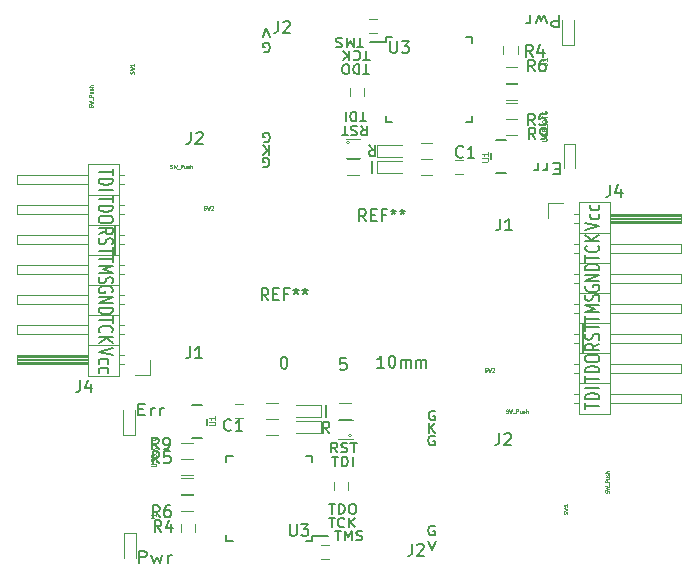
<source format=gto>
%TF.GenerationSoftware,KiCad,Pcbnew,4.0.6*%
%TF.CreationDate,2017-04-20T11:48:03-04:00*%
%TF.ProjectId,Panel,50616E656C2E6B696361645F70636200,rev?*%
%TF.FileFunction,Legend,Top*%
%FSLAX46Y46*%
G04 Gerber Fmt 4.6, Leading zero omitted, Abs format (unit mm)*
G04 Created by KiCad (PCBNEW 4.0.6) date Thu Apr 20 11:48:03 2017*
%MOMM*%
%LPD*%
G01*
G04 APERTURE LIST*
%ADD10C,0.100000*%
%ADD11C,0.150000*%
%ADD12C,0.160000*%
%ADD13C,0.200000*%
%ADD14C,0.120000*%
%ADD15C,0.203200*%
%ADD16C,0.025400*%
%ADD17C,0.050800*%
G04 APERTURE END LIST*
D10*
D11*
X142488857Y-132637428D02*
X142488857Y-132123142D01*
X143688857Y-132380285D02*
X142488857Y-132380285D01*
X143688857Y-131823142D02*
X142488857Y-131823142D01*
X142488857Y-131608857D01*
X142546000Y-131480285D01*
X142660286Y-131394571D01*
X142774571Y-131351714D01*
X143003143Y-131308857D01*
X143174571Y-131308857D01*
X143403143Y-131351714D01*
X143517429Y-131394571D01*
X143631714Y-131480285D01*
X143688857Y-131608857D01*
X143688857Y-131823142D01*
X143688857Y-130923142D02*
X142488857Y-130923142D01*
X142488857Y-130354571D02*
X142488857Y-129840285D01*
X143688857Y-130097428D02*
X142488857Y-130097428D01*
X143688857Y-129540285D02*
X142488857Y-129540285D01*
X142488857Y-129326000D01*
X142546000Y-129197428D01*
X142660286Y-129111714D01*
X142774571Y-129068857D01*
X143003143Y-129026000D01*
X143174571Y-129026000D01*
X143403143Y-129068857D01*
X143517429Y-129111714D01*
X143631714Y-129197428D01*
X143688857Y-129326000D01*
X143688857Y-129540285D01*
X142488857Y-128468857D02*
X142488857Y-128297428D01*
X142546000Y-128211714D01*
X142660286Y-128126000D01*
X142888857Y-128083142D01*
X143288857Y-128083142D01*
X143517429Y-128126000D01*
X143631714Y-128211714D01*
X143688857Y-128297428D01*
X143688857Y-128468857D01*
X143631714Y-128554571D01*
X143517429Y-128640285D01*
X143288857Y-128683142D01*
X142888857Y-128683142D01*
X142660286Y-128640285D01*
X142546000Y-128554571D01*
X142488857Y-128468857D01*
X143688857Y-127128857D02*
X143117429Y-127428857D01*
X143688857Y-127643142D02*
X142488857Y-127643142D01*
X142488857Y-127300285D01*
X142546000Y-127214571D01*
X142603143Y-127171714D01*
X142717429Y-127128857D01*
X142888857Y-127128857D01*
X143003143Y-127171714D01*
X143060286Y-127214571D01*
X143117429Y-127300285D01*
X143117429Y-127643142D01*
X143631714Y-126785999D02*
X143688857Y-126657428D01*
X143688857Y-126443142D01*
X143631714Y-126357428D01*
X143574571Y-126314571D01*
X143460286Y-126271714D01*
X143346000Y-126271714D01*
X143231714Y-126314571D01*
X143174571Y-126357428D01*
X143117429Y-126443142D01*
X143060286Y-126614571D01*
X143003143Y-126700285D01*
X142946000Y-126743142D01*
X142831714Y-126785999D01*
X142717429Y-126785999D01*
X142603143Y-126743142D01*
X142546000Y-126700285D01*
X142488857Y-126614571D01*
X142488857Y-126400285D01*
X142546000Y-126271714D01*
X142488857Y-126014571D02*
X142488857Y-125500285D01*
X143688857Y-125757428D02*
X142488857Y-125757428D01*
X142282000Y-127857428D02*
X142282000Y-125414571D01*
X142488857Y-125296000D02*
X142488857Y-124781714D01*
X143688857Y-125038857D02*
X142488857Y-125038857D01*
X143688857Y-124481714D02*
X142488857Y-124481714D01*
X143346000Y-124181714D01*
X142488857Y-123881714D01*
X143688857Y-123881714D01*
X143631714Y-123496000D02*
X143688857Y-123367429D01*
X143688857Y-123153143D01*
X143631714Y-123067429D01*
X143574571Y-123024572D01*
X143460286Y-122981715D01*
X143346000Y-122981715D01*
X143231714Y-123024572D01*
X143174571Y-123067429D01*
X143117429Y-123153143D01*
X143060286Y-123324572D01*
X143003143Y-123410286D01*
X142946000Y-123453143D01*
X142831714Y-123496000D01*
X142717429Y-123496000D01*
X142603143Y-123453143D01*
X142546000Y-123410286D01*
X142488857Y-123324572D01*
X142488857Y-123110286D01*
X142546000Y-122981715D01*
X142492857Y-117471429D02*
X143692857Y-117171429D01*
X142492857Y-116871429D01*
X143635714Y-116185714D02*
X143692857Y-116271428D01*
X143692857Y-116442857D01*
X143635714Y-116528571D01*
X143578571Y-116571428D01*
X143464286Y-116614285D01*
X143121429Y-116614285D01*
X143007143Y-116571428D01*
X142950000Y-116528571D01*
X142892857Y-116442857D01*
X142892857Y-116271428D01*
X142950000Y-116185714D01*
X143635714Y-115414285D02*
X143692857Y-115499999D01*
X143692857Y-115671428D01*
X143635714Y-115757142D01*
X143578571Y-115799999D01*
X143464286Y-115842856D01*
X143121429Y-115842856D01*
X143007143Y-115799999D01*
X142950000Y-115757142D01*
X142892857Y-115671428D01*
X142892857Y-115499999D01*
X142950000Y-115414285D01*
X142546000Y-122241714D02*
X142488857Y-122327428D01*
X142488857Y-122455999D01*
X142546000Y-122584571D01*
X142660286Y-122670285D01*
X142774571Y-122713142D01*
X143003143Y-122755999D01*
X143174571Y-122755999D01*
X143403143Y-122713142D01*
X143517429Y-122670285D01*
X143631714Y-122584571D01*
X143688857Y-122455999D01*
X143688857Y-122370285D01*
X143631714Y-122241714D01*
X143574571Y-122198857D01*
X143174571Y-122198857D01*
X143174571Y-122370285D01*
X143688857Y-121813142D02*
X142488857Y-121813142D01*
X143688857Y-121298857D01*
X142488857Y-121298857D01*
X143688857Y-120870285D02*
X142488857Y-120870285D01*
X142488857Y-120656000D01*
X142546000Y-120527428D01*
X142660286Y-120441714D01*
X142774571Y-120398857D01*
X143003143Y-120356000D01*
X143174571Y-120356000D01*
X143403143Y-120398857D01*
X143517429Y-120441714D01*
X143631714Y-120527428D01*
X143688857Y-120656000D01*
X143688857Y-120870285D01*
X142492857Y-120173143D02*
X142492857Y-119658857D01*
X143692857Y-119916000D02*
X142492857Y-119916000D01*
X143578571Y-118844572D02*
X143635714Y-118887429D01*
X143692857Y-119016000D01*
X143692857Y-119101714D01*
X143635714Y-119230286D01*
X143521429Y-119316000D01*
X143407143Y-119358857D01*
X143178571Y-119401714D01*
X143007143Y-119401714D01*
X142778571Y-119358857D01*
X142664286Y-119316000D01*
X142550000Y-119230286D01*
X142492857Y-119101714D01*
X142492857Y-119016000D01*
X142550000Y-118887429D01*
X142607143Y-118844572D01*
X143692857Y-118458857D02*
X142492857Y-118458857D01*
X143692857Y-117944572D02*
X143007143Y-118330286D01*
X142492857Y-117944572D02*
X143178571Y-118458857D01*
X102511143Y-112362572D02*
X102511143Y-112876858D01*
X101311143Y-112619715D02*
X102511143Y-112619715D01*
X101311143Y-113176858D02*
X102511143Y-113176858D01*
X102511143Y-113391143D01*
X102454000Y-113519715D01*
X102339714Y-113605429D01*
X102225429Y-113648286D01*
X101996857Y-113691143D01*
X101825429Y-113691143D01*
X101596857Y-113648286D01*
X101482571Y-113605429D01*
X101368286Y-113519715D01*
X101311143Y-113391143D01*
X101311143Y-113176858D01*
X101311143Y-114076858D02*
X102511143Y-114076858D01*
X102511143Y-114645429D02*
X102511143Y-115159715D01*
X101311143Y-114902572D02*
X102511143Y-114902572D01*
X101311143Y-115459715D02*
X102511143Y-115459715D01*
X102511143Y-115674000D01*
X102454000Y-115802572D01*
X102339714Y-115888286D01*
X102225429Y-115931143D01*
X101996857Y-115974000D01*
X101825429Y-115974000D01*
X101596857Y-115931143D01*
X101482571Y-115888286D01*
X101368286Y-115802572D01*
X101311143Y-115674000D01*
X101311143Y-115459715D01*
X102511143Y-116531143D02*
X102511143Y-116702572D01*
X102454000Y-116788286D01*
X102339714Y-116874000D01*
X102111143Y-116916858D01*
X101711143Y-116916858D01*
X101482571Y-116874000D01*
X101368286Y-116788286D01*
X101311143Y-116702572D01*
X101311143Y-116531143D01*
X101368286Y-116445429D01*
X101482571Y-116359715D01*
X101711143Y-116316858D01*
X102111143Y-116316858D01*
X102339714Y-116359715D01*
X102454000Y-116445429D01*
X102511143Y-116531143D01*
X101311143Y-117871143D02*
X101882571Y-117571143D01*
X101311143Y-117356858D02*
X102511143Y-117356858D01*
X102511143Y-117699715D01*
X102454000Y-117785429D01*
X102396857Y-117828286D01*
X102282571Y-117871143D01*
X102111143Y-117871143D01*
X101996857Y-117828286D01*
X101939714Y-117785429D01*
X101882571Y-117699715D01*
X101882571Y-117356858D01*
X101368286Y-118214001D02*
X101311143Y-118342572D01*
X101311143Y-118556858D01*
X101368286Y-118642572D01*
X101425429Y-118685429D01*
X101539714Y-118728286D01*
X101654000Y-118728286D01*
X101768286Y-118685429D01*
X101825429Y-118642572D01*
X101882571Y-118556858D01*
X101939714Y-118385429D01*
X101996857Y-118299715D01*
X102054000Y-118256858D01*
X102168286Y-118214001D01*
X102282571Y-118214001D01*
X102396857Y-118256858D01*
X102454000Y-118299715D01*
X102511143Y-118385429D01*
X102511143Y-118599715D01*
X102454000Y-118728286D01*
X102511143Y-118985429D02*
X102511143Y-119499715D01*
X101311143Y-119242572D02*
X102511143Y-119242572D01*
X102718000Y-117142572D02*
X102718000Y-119585429D01*
X102511143Y-119704000D02*
X102511143Y-120218286D01*
X101311143Y-119961143D02*
X102511143Y-119961143D01*
X101311143Y-120518286D02*
X102511143Y-120518286D01*
X101654000Y-120818286D01*
X102511143Y-121118286D01*
X101311143Y-121118286D01*
X101368286Y-121504000D02*
X101311143Y-121632571D01*
X101311143Y-121846857D01*
X101368286Y-121932571D01*
X101425429Y-121975428D01*
X101539714Y-122018285D01*
X101654000Y-122018285D01*
X101768286Y-121975428D01*
X101825429Y-121932571D01*
X101882571Y-121846857D01*
X101939714Y-121675428D01*
X101996857Y-121589714D01*
X102054000Y-121546857D01*
X102168286Y-121504000D01*
X102282571Y-121504000D01*
X102396857Y-121546857D01*
X102454000Y-121589714D01*
X102511143Y-121675428D01*
X102511143Y-121889714D01*
X102454000Y-122018285D01*
X102454000Y-122758286D02*
X102511143Y-122672572D01*
X102511143Y-122544001D01*
X102454000Y-122415429D01*
X102339714Y-122329715D01*
X102225429Y-122286858D01*
X101996857Y-122244001D01*
X101825429Y-122244001D01*
X101596857Y-122286858D01*
X101482571Y-122329715D01*
X101368286Y-122415429D01*
X101311143Y-122544001D01*
X101311143Y-122629715D01*
X101368286Y-122758286D01*
X101425429Y-122801143D01*
X101825429Y-122801143D01*
X101825429Y-122629715D01*
X101311143Y-123186858D02*
X102511143Y-123186858D01*
X101311143Y-123701143D01*
X102511143Y-123701143D01*
X101311143Y-124129715D02*
X102511143Y-124129715D01*
X102511143Y-124344000D01*
X102454000Y-124472572D01*
X102339714Y-124558286D01*
X102225429Y-124601143D01*
X101996857Y-124644000D01*
X101825429Y-124644000D01*
X101596857Y-124601143D01*
X101482571Y-124558286D01*
X101368286Y-124472572D01*
X101311143Y-124344000D01*
X101311143Y-124129715D01*
X102507143Y-124826857D02*
X102507143Y-125341143D01*
X101307143Y-125084000D02*
X102507143Y-125084000D01*
X101421429Y-126155428D02*
X101364286Y-126112571D01*
X101307143Y-125984000D01*
X101307143Y-125898286D01*
X101364286Y-125769714D01*
X101478571Y-125684000D01*
X101592857Y-125641143D01*
X101821429Y-125598286D01*
X101992857Y-125598286D01*
X102221429Y-125641143D01*
X102335714Y-125684000D01*
X102450000Y-125769714D01*
X102507143Y-125898286D01*
X102507143Y-125984000D01*
X102450000Y-126112571D01*
X102392857Y-126155428D01*
X101307143Y-126541143D02*
X102507143Y-126541143D01*
X101307143Y-127055428D02*
X101992857Y-126669714D01*
X102507143Y-127055428D02*
X101821429Y-126541143D01*
X102507143Y-127528571D02*
X101307143Y-127828571D01*
X102507143Y-128128571D01*
X101364286Y-128814286D02*
X101307143Y-128728572D01*
X101307143Y-128557143D01*
X101364286Y-128471429D01*
X101421429Y-128428572D01*
X101535714Y-128385715D01*
X101878571Y-128385715D01*
X101992857Y-128428572D01*
X102050000Y-128471429D01*
X102107143Y-128557143D01*
X102107143Y-128728572D01*
X102050000Y-128814286D01*
X101364286Y-129585715D02*
X101307143Y-129500001D01*
X101307143Y-129328572D01*
X101364286Y-129242858D01*
X101421429Y-129200001D01*
X101535714Y-129157144D01*
X101878571Y-129157144D01*
X101992857Y-129200001D01*
X102050000Y-129242858D01*
X102107143Y-129328572D01*
X102107143Y-129500001D01*
X102050000Y-129585715D01*
D12*
X129225000Y-143836905D02*
X129525000Y-144636905D01*
X129825000Y-143836905D01*
X129735714Y-142575000D02*
X129650000Y-142536905D01*
X129521429Y-142536905D01*
X129392857Y-142575000D01*
X129307143Y-142651190D01*
X129264286Y-142727381D01*
X129221429Y-142879762D01*
X129221429Y-142994048D01*
X129264286Y-143146429D01*
X129307143Y-143222619D01*
X129392857Y-143298810D01*
X129521429Y-143336905D01*
X129607143Y-143336905D01*
X129735714Y-143298810D01*
X129778571Y-143260714D01*
X129778571Y-142994048D01*
X129607143Y-142994048D01*
X129735714Y-134950000D02*
X129650000Y-134911905D01*
X129521429Y-134911905D01*
X129392857Y-134950000D01*
X129307143Y-135026190D01*
X129264286Y-135102381D01*
X129221429Y-135254762D01*
X129221429Y-135369048D01*
X129264286Y-135521429D01*
X129307143Y-135597619D01*
X129392857Y-135673810D01*
X129521429Y-135711905D01*
X129607143Y-135711905D01*
X129735714Y-135673810D01*
X129778571Y-135635714D01*
X129778571Y-135369048D01*
X129607143Y-135369048D01*
X129264286Y-134661905D02*
X129264286Y-133861905D01*
X129778571Y-134661905D02*
X129392857Y-134204762D01*
X129778571Y-133861905D02*
X129264286Y-134319048D01*
X129760714Y-132850000D02*
X129675000Y-132811905D01*
X129546429Y-132811905D01*
X129417857Y-132850000D01*
X129332143Y-132926190D01*
X129289286Y-133002381D01*
X129246429Y-133154762D01*
X129246429Y-133269048D01*
X129289286Y-133421429D01*
X129332143Y-133497619D01*
X129417857Y-133573810D01*
X129546429Y-133611905D01*
X129632143Y-133611905D01*
X129760714Y-133573810D01*
X129803571Y-133535714D01*
X129803571Y-133269048D01*
X129632143Y-133269048D01*
X121507143Y-136311905D02*
X121207143Y-135930952D01*
X120992858Y-136311905D02*
X120992858Y-135511905D01*
X121335715Y-135511905D01*
X121421429Y-135550000D01*
X121464286Y-135588095D01*
X121507143Y-135664286D01*
X121507143Y-135778571D01*
X121464286Y-135854762D01*
X121421429Y-135892857D01*
X121335715Y-135930952D01*
X120992858Y-135930952D01*
X121850001Y-136273810D02*
X121978572Y-136311905D01*
X122192858Y-136311905D01*
X122278572Y-136273810D01*
X122321429Y-136235714D01*
X122364286Y-136159524D01*
X122364286Y-136083333D01*
X122321429Y-136007143D01*
X122278572Y-135969048D01*
X122192858Y-135930952D01*
X122021429Y-135892857D01*
X121935715Y-135854762D01*
X121892858Y-135816667D01*
X121850001Y-135740476D01*
X121850001Y-135664286D01*
X121892858Y-135588095D01*
X121935715Y-135550000D01*
X122021429Y-135511905D01*
X122235715Y-135511905D01*
X122364286Y-135550000D01*
X122621429Y-135511905D02*
X123135715Y-135511905D01*
X122878572Y-136311905D02*
X122878572Y-135511905D01*
X121078572Y-136686905D02*
X121592858Y-136686905D01*
X121335715Y-137486905D02*
X121335715Y-136686905D01*
X121892858Y-137486905D02*
X121892858Y-136686905D01*
X122107143Y-136686905D01*
X122235715Y-136725000D01*
X122321429Y-136801190D01*
X122364286Y-136877381D01*
X122407143Y-137029762D01*
X122407143Y-137144048D01*
X122364286Y-137296429D01*
X122321429Y-137372619D01*
X122235715Y-137448810D01*
X122107143Y-137486905D01*
X121892858Y-137486905D01*
X122792858Y-137486905D02*
X122792858Y-136686905D01*
X120821429Y-140711905D02*
X121335715Y-140711905D01*
X121078572Y-141511905D02*
X121078572Y-140711905D01*
X121635715Y-141511905D02*
X121635715Y-140711905D01*
X121850000Y-140711905D01*
X121978572Y-140750000D01*
X122064286Y-140826190D01*
X122107143Y-140902381D01*
X122150000Y-141054762D01*
X122150000Y-141169048D01*
X122107143Y-141321429D01*
X122064286Y-141397619D01*
X121978572Y-141473810D01*
X121850000Y-141511905D01*
X121635715Y-141511905D01*
X122707143Y-140711905D02*
X122878572Y-140711905D01*
X122964286Y-140750000D01*
X123050000Y-140826190D01*
X123092858Y-140978571D01*
X123092858Y-141245238D01*
X123050000Y-141397619D01*
X122964286Y-141473810D01*
X122878572Y-141511905D01*
X122707143Y-141511905D01*
X122621429Y-141473810D01*
X122535715Y-141397619D01*
X122492858Y-141245238D01*
X122492858Y-140978571D01*
X122535715Y-140826190D01*
X122621429Y-140750000D01*
X122707143Y-140711905D01*
X120767857Y-141886905D02*
X121282143Y-141886905D01*
X121025000Y-142686905D02*
X121025000Y-141886905D01*
X122096428Y-142610714D02*
X122053571Y-142648810D01*
X121925000Y-142686905D01*
X121839286Y-142686905D01*
X121710714Y-142648810D01*
X121625000Y-142572619D01*
X121582143Y-142496429D01*
X121539286Y-142344048D01*
X121539286Y-142229762D01*
X121582143Y-142077381D01*
X121625000Y-142001190D01*
X121710714Y-141925000D01*
X121839286Y-141886905D01*
X121925000Y-141886905D01*
X122053571Y-141925000D01*
X122096428Y-141963095D01*
X122482143Y-142686905D02*
X122482143Y-141886905D01*
X122996428Y-142686905D02*
X122610714Y-142229762D01*
X122996428Y-141886905D02*
X122482143Y-142344048D01*
X121300000Y-142961905D02*
X121814286Y-142961905D01*
X121557143Y-143761905D02*
X121557143Y-142961905D01*
X122114286Y-143761905D02*
X122114286Y-142961905D01*
X122414286Y-143533333D01*
X122714286Y-142961905D01*
X122714286Y-143761905D01*
X123100000Y-143723810D02*
X123228571Y-143761905D01*
X123442857Y-143761905D01*
X123528571Y-143723810D01*
X123571428Y-143685714D01*
X123614285Y-143609524D01*
X123614285Y-143533333D01*
X123571428Y-143457143D01*
X123528571Y-143419048D01*
X123442857Y-143380952D01*
X123271428Y-143342857D01*
X123185714Y-143304762D01*
X123142857Y-143266667D01*
X123100000Y-143190476D01*
X123100000Y-143114286D01*
X123142857Y-143038095D01*
X123185714Y-143000000D01*
X123271428Y-142961905D01*
X123485714Y-142961905D01*
X123614285Y-143000000D01*
D13*
X120803571Y-134727381D02*
X120503571Y-134251190D01*
X120289286Y-134727381D02*
X120289286Y-133727381D01*
X120632143Y-133727381D01*
X120717857Y-133775000D01*
X120760714Y-133822619D01*
X120803571Y-133917857D01*
X120803571Y-134060714D01*
X120760714Y-134155952D01*
X120717857Y-134203571D01*
X120632143Y-134251190D01*
X120289286Y-134251190D01*
X120550000Y-133327381D02*
X120550000Y-132327381D01*
X104650000Y-132678571D02*
X105050000Y-132678571D01*
X105221429Y-133202381D02*
X104650000Y-133202381D01*
X104650000Y-132202381D01*
X105221429Y-132202381D01*
X105735714Y-133202381D02*
X105735714Y-132535714D01*
X105735714Y-132726190D02*
X105792857Y-132630952D01*
X105850000Y-132583333D01*
X105964286Y-132535714D01*
X106078571Y-132535714D01*
X106478571Y-133202381D02*
X106478571Y-132535714D01*
X106478571Y-132726190D02*
X106535714Y-132630952D01*
X106592857Y-132583333D01*
X106707143Y-132535714D01*
X106821428Y-132535714D01*
X104685714Y-145702381D02*
X104685714Y-144702381D01*
X105142857Y-144702381D01*
X105257143Y-144750000D01*
X105314286Y-144797619D01*
X105371429Y-144892857D01*
X105371429Y-145035714D01*
X105314286Y-145130952D01*
X105257143Y-145178571D01*
X105142857Y-145226190D01*
X104685714Y-145226190D01*
X105771429Y-145035714D02*
X106000000Y-145702381D01*
X106228571Y-145226190D01*
X106457143Y-145702381D01*
X106685714Y-145035714D01*
X107142857Y-145702381D02*
X107142857Y-145035714D01*
X107142857Y-145226190D02*
X107200000Y-145130952D01*
X107257143Y-145083333D01*
X107371429Y-145035714D01*
X107485714Y-145035714D01*
D12*
X115775000Y-101163095D02*
X115475000Y-100363095D01*
X115175000Y-101163095D01*
X115264286Y-102425000D02*
X115350000Y-102463095D01*
X115478571Y-102463095D01*
X115607143Y-102425000D01*
X115692857Y-102348810D01*
X115735714Y-102272619D01*
X115778571Y-102120238D01*
X115778571Y-102005952D01*
X115735714Y-101853571D01*
X115692857Y-101777381D01*
X115607143Y-101701190D01*
X115478571Y-101663095D01*
X115392857Y-101663095D01*
X115264286Y-101701190D01*
X115221429Y-101739286D01*
X115221429Y-102005952D01*
X115392857Y-102005952D01*
X115264286Y-110050000D02*
X115350000Y-110088095D01*
X115478571Y-110088095D01*
X115607143Y-110050000D01*
X115692857Y-109973810D01*
X115735714Y-109897619D01*
X115778571Y-109745238D01*
X115778571Y-109630952D01*
X115735714Y-109478571D01*
X115692857Y-109402381D01*
X115607143Y-109326190D01*
X115478571Y-109288095D01*
X115392857Y-109288095D01*
X115264286Y-109326190D01*
X115221429Y-109364286D01*
X115221429Y-109630952D01*
X115392857Y-109630952D01*
X115735714Y-110338095D02*
X115735714Y-111138095D01*
X115221429Y-110338095D02*
X115607143Y-110795238D01*
X115221429Y-111138095D02*
X115735714Y-110680952D01*
X115239286Y-112150000D02*
X115325000Y-112188095D01*
X115453571Y-112188095D01*
X115582143Y-112150000D01*
X115667857Y-112073810D01*
X115710714Y-111997619D01*
X115753571Y-111845238D01*
X115753571Y-111730952D01*
X115710714Y-111578571D01*
X115667857Y-111502381D01*
X115582143Y-111426190D01*
X115453571Y-111388095D01*
X115367857Y-111388095D01*
X115239286Y-111426190D01*
X115196429Y-111464286D01*
X115196429Y-111730952D01*
X115367857Y-111730952D01*
X123492857Y-108688095D02*
X123792857Y-109069048D01*
X124007142Y-108688095D02*
X124007142Y-109488095D01*
X123664285Y-109488095D01*
X123578571Y-109450000D01*
X123535714Y-109411905D01*
X123492857Y-109335714D01*
X123492857Y-109221429D01*
X123535714Y-109145238D01*
X123578571Y-109107143D01*
X123664285Y-109069048D01*
X124007142Y-109069048D01*
X123149999Y-108726190D02*
X123021428Y-108688095D01*
X122807142Y-108688095D01*
X122721428Y-108726190D01*
X122678571Y-108764286D01*
X122635714Y-108840476D01*
X122635714Y-108916667D01*
X122678571Y-108992857D01*
X122721428Y-109030952D01*
X122807142Y-109069048D01*
X122978571Y-109107143D01*
X123064285Y-109145238D01*
X123107142Y-109183333D01*
X123149999Y-109259524D01*
X123149999Y-109335714D01*
X123107142Y-109411905D01*
X123064285Y-109450000D01*
X122978571Y-109488095D01*
X122764285Y-109488095D01*
X122635714Y-109450000D01*
X122378571Y-109488095D02*
X121864285Y-109488095D01*
X122121428Y-108688095D02*
X122121428Y-109488095D01*
X123921428Y-108313095D02*
X123407142Y-108313095D01*
X123664285Y-107513095D02*
X123664285Y-108313095D01*
X123107142Y-107513095D02*
X123107142Y-108313095D01*
X122892857Y-108313095D01*
X122764285Y-108275000D01*
X122678571Y-108198810D01*
X122635714Y-108122619D01*
X122592857Y-107970238D01*
X122592857Y-107855952D01*
X122635714Y-107703571D01*
X122678571Y-107627381D01*
X122764285Y-107551190D01*
X122892857Y-107513095D01*
X123107142Y-107513095D01*
X122207142Y-107513095D02*
X122207142Y-108313095D01*
X124178571Y-104288095D02*
X123664285Y-104288095D01*
X123921428Y-103488095D02*
X123921428Y-104288095D01*
X123364285Y-103488095D02*
X123364285Y-104288095D01*
X123150000Y-104288095D01*
X123021428Y-104250000D01*
X122935714Y-104173810D01*
X122892857Y-104097619D01*
X122850000Y-103945238D01*
X122850000Y-103830952D01*
X122892857Y-103678571D01*
X122935714Y-103602381D01*
X123021428Y-103526190D01*
X123150000Y-103488095D01*
X123364285Y-103488095D01*
X122292857Y-104288095D02*
X122121428Y-104288095D01*
X122035714Y-104250000D01*
X121950000Y-104173810D01*
X121907142Y-104021429D01*
X121907142Y-103754762D01*
X121950000Y-103602381D01*
X122035714Y-103526190D01*
X122121428Y-103488095D01*
X122292857Y-103488095D01*
X122378571Y-103526190D01*
X122464285Y-103602381D01*
X122507142Y-103754762D01*
X122507142Y-104021429D01*
X122464285Y-104173810D01*
X122378571Y-104250000D01*
X122292857Y-104288095D01*
X124232143Y-103113095D02*
X123717857Y-103113095D01*
X123975000Y-102313095D02*
X123975000Y-103113095D01*
X122903572Y-102389286D02*
X122946429Y-102351190D01*
X123075000Y-102313095D01*
X123160714Y-102313095D01*
X123289286Y-102351190D01*
X123375000Y-102427381D01*
X123417857Y-102503571D01*
X123460714Y-102655952D01*
X123460714Y-102770238D01*
X123417857Y-102922619D01*
X123375000Y-102998810D01*
X123289286Y-103075000D01*
X123160714Y-103113095D01*
X123075000Y-103113095D01*
X122946429Y-103075000D01*
X122903572Y-103036905D01*
X122517857Y-102313095D02*
X122517857Y-103113095D01*
X122003572Y-102313095D02*
X122389286Y-102770238D01*
X122003572Y-103113095D02*
X122517857Y-102655952D01*
X123700000Y-102038095D02*
X123185714Y-102038095D01*
X123442857Y-101238095D02*
X123442857Y-102038095D01*
X122885714Y-101238095D02*
X122885714Y-102038095D01*
X122585714Y-101466667D01*
X122285714Y-102038095D01*
X122285714Y-101238095D01*
X121900000Y-101276190D02*
X121771429Y-101238095D01*
X121557143Y-101238095D01*
X121471429Y-101276190D01*
X121428572Y-101314286D01*
X121385715Y-101390476D01*
X121385715Y-101466667D01*
X121428572Y-101542857D01*
X121471429Y-101580952D01*
X121557143Y-101619048D01*
X121728572Y-101657143D01*
X121814286Y-101695238D01*
X121857143Y-101733333D01*
X121900000Y-101809524D01*
X121900000Y-101885714D01*
X121857143Y-101961905D01*
X121814286Y-102000000D01*
X121728572Y-102038095D01*
X121514286Y-102038095D01*
X121385715Y-102000000D01*
D13*
X124196429Y-110272619D02*
X124496429Y-110748810D01*
X124710714Y-110272619D02*
X124710714Y-111272619D01*
X124367857Y-111272619D01*
X124282143Y-111225000D01*
X124239286Y-111177381D01*
X124196429Y-111082143D01*
X124196429Y-110939286D01*
X124239286Y-110844048D01*
X124282143Y-110796429D01*
X124367857Y-110748810D01*
X124710714Y-110748810D01*
X124450000Y-111672619D02*
X124450000Y-112672619D01*
X140350000Y-112321429D02*
X139950000Y-112321429D01*
X139778571Y-111797619D02*
X140350000Y-111797619D01*
X140350000Y-112797619D01*
X139778571Y-112797619D01*
X139264286Y-111797619D02*
X139264286Y-112464286D01*
X139264286Y-112273810D02*
X139207143Y-112369048D01*
X139150000Y-112416667D01*
X139035714Y-112464286D01*
X138921429Y-112464286D01*
X138521429Y-111797619D02*
X138521429Y-112464286D01*
X138521429Y-112273810D02*
X138464286Y-112369048D01*
X138407143Y-112416667D01*
X138292857Y-112464286D01*
X138178572Y-112464286D01*
X140314286Y-99297619D02*
X140314286Y-100297619D01*
X139857143Y-100297619D01*
X139742857Y-100250000D01*
X139685714Y-100202381D01*
X139628571Y-100107143D01*
X139628571Y-99964286D01*
X139685714Y-99869048D01*
X139742857Y-99821429D01*
X139857143Y-99773810D01*
X140314286Y-99773810D01*
X139228571Y-99964286D02*
X139000000Y-99297619D01*
X138771429Y-99773810D01*
X138542857Y-99297619D01*
X138314286Y-99964286D01*
X137857143Y-99297619D02*
X137857143Y-99964286D01*
X137857143Y-99773810D02*
X137800000Y-99869048D01*
X137742857Y-99916667D01*
X137628571Y-99964286D01*
X137514286Y-99964286D01*
D14*
X141966200Y-115161000D02*
X141966200Y-117761000D01*
X141966200Y-117761000D02*
X144586200Y-117761000D01*
X144586200Y-117761000D02*
X144586200Y-115161000D01*
X144586200Y-115161000D02*
X141966200Y-115161000D01*
X144586200Y-116111000D02*
X144586200Y-116871000D01*
X144586200Y-116871000D02*
X150586200Y-116871000D01*
X150586200Y-116871000D02*
X150586200Y-116111000D01*
X150586200Y-116111000D02*
X144586200Y-116111000D01*
X141536200Y-116111000D02*
X141966200Y-116111000D01*
X141536200Y-116871000D02*
X141966200Y-116871000D01*
X144586200Y-116231000D02*
X150586200Y-116231000D01*
X144586200Y-116351000D02*
X150586200Y-116351000D01*
X144586200Y-116471000D02*
X150586200Y-116471000D01*
X144586200Y-116591000D02*
X150586200Y-116591000D01*
X144586200Y-116711000D02*
X150586200Y-116711000D01*
X144586200Y-116831000D02*
X150586200Y-116831000D01*
X141966200Y-117761000D02*
X141966200Y-120301000D01*
X141966200Y-120301000D02*
X144586200Y-120301000D01*
X144586200Y-120301000D02*
X144586200Y-117761000D01*
X144586200Y-117761000D02*
X141966200Y-117761000D01*
X144586200Y-118651000D02*
X144586200Y-119411000D01*
X144586200Y-119411000D02*
X150586200Y-119411000D01*
X150586200Y-119411000D02*
X150586200Y-118651000D01*
X150586200Y-118651000D02*
X144586200Y-118651000D01*
X141536200Y-118651000D02*
X141966200Y-118651000D01*
X141536200Y-119411000D02*
X141966200Y-119411000D01*
X141966200Y-120301000D02*
X141966200Y-122841000D01*
X141966200Y-122841000D02*
X144586200Y-122841000D01*
X144586200Y-122841000D02*
X144586200Y-120301000D01*
X144586200Y-120301000D02*
X141966200Y-120301000D01*
X144586200Y-121191000D02*
X144586200Y-121951000D01*
X144586200Y-121951000D02*
X150586200Y-121951000D01*
X150586200Y-121951000D02*
X150586200Y-121191000D01*
X150586200Y-121191000D02*
X144586200Y-121191000D01*
X141536200Y-121191000D02*
X141966200Y-121191000D01*
X141536200Y-121951000D02*
X141966200Y-121951000D01*
X141966200Y-122841000D02*
X141966200Y-125381000D01*
X141966200Y-125381000D02*
X144586200Y-125381000D01*
X144586200Y-125381000D02*
X144586200Y-122841000D01*
X144586200Y-122841000D02*
X141966200Y-122841000D01*
X144586200Y-123731000D02*
X144586200Y-124491000D01*
X144586200Y-124491000D02*
X150586200Y-124491000D01*
X150586200Y-124491000D02*
X150586200Y-123731000D01*
X150586200Y-123731000D02*
X144586200Y-123731000D01*
X141536200Y-123731000D02*
X141966200Y-123731000D01*
X141536200Y-124491000D02*
X141966200Y-124491000D01*
X141966200Y-125381000D02*
X141966200Y-127921000D01*
X141966200Y-127921000D02*
X144586200Y-127921000D01*
X144586200Y-127921000D02*
X144586200Y-125381000D01*
X144586200Y-125381000D02*
X141966200Y-125381000D01*
X144586200Y-126271000D02*
X144586200Y-127031000D01*
X144586200Y-127031000D02*
X150586200Y-127031000D01*
X150586200Y-127031000D02*
X150586200Y-126271000D01*
X150586200Y-126271000D02*
X144586200Y-126271000D01*
X141536200Y-126271000D02*
X141966200Y-126271000D01*
X141536200Y-127031000D02*
X141966200Y-127031000D01*
X141966200Y-127921000D02*
X141966200Y-130461000D01*
X141966200Y-130461000D02*
X144586200Y-130461000D01*
X144586200Y-130461000D02*
X144586200Y-127921000D01*
X144586200Y-127921000D02*
X141966200Y-127921000D01*
X144586200Y-128811000D02*
X144586200Y-129571000D01*
X144586200Y-129571000D02*
X150586200Y-129571000D01*
X150586200Y-129571000D02*
X150586200Y-128811000D01*
X150586200Y-128811000D02*
X144586200Y-128811000D01*
X141536200Y-128811000D02*
X141966200Y-128811000D01*
X141536200Y-129571000D02*
X141966200Y-129571000D01*
X141966200Y-130461000D02*
X141966200Y-133061000D01*
X141966200Y-133061000D02*
X144586200Y-133061000D01*
X144586200Y-133061000D02*
X144586200Y-130461000D01*
X144586200Y-130461000D02*
X141966200Y-130461000D01*
X144586200Y-131351000D02*
X144586200Y-132111000D01*
X144586200Y-132111000D02*
X150586200Y-132111000D01*
X150586200Y-132111000D02*
X150586200Y-131351000D01*
X150586200Y-131351000D02*
X144586200Y-131351000D01*
X141536200Y-131351000D02*
X141966200Y-131351000D01*
X141536200Y-132111000D02*
X141966200Y-132111000D01*
X139356200Y-116491000D02*
X139356200Y-115221000D01*
X139356200Y-115221000D02*
X140626200Y-115221000D01*
X103033800Y-129839000D02*
X103033800Y-127239000D01*
X103033800Y-127239000D02*
X100413800Y-127239000D01*
X100413800Y-127239000D02*
X100413800Y-129839000D01*
X100413800Y-129839000D02*
X103033800Y-129839000D01*
X100413800Y-128889000D02*
X100413800Y-128129000D01*
X100413800Y-128129000D02*
X94413800Y-128129000D01*
X94413800Y-128129000D02*
X94413800Y-128889000D01*
X94413800Y-128889000D02*
X100413800Y-128889000D01*
X103463800Y-128889000D02*
X103033800Y-128889000D01*
X103463800Y-128129000D02*
X103033800Y-128129000D01*
X100413800Y-128769000D02*
X94413800Y-128769000D01*
X100413800Y-128649000D02*
X94413800Y-128649000D01*
X100413800Y-128529000D02*
X94413800Y-128529000D01*
X100413800Y-128409000D02*
X94413800Y-128409000D01*
X100413800Y-128289000D02*
X94413800Y-128289000D01*
X100413800Y-128169000D02*
X94413800Y-128169000D01*
X103033800Y-127239000D02*
X103033800Y-124699000D01*
X103033800Y-124699000D02*
X100413800Y-124699000D01*
X100413800Y-124699000D02*
X100413800Y-127239000D01*
X100413800Y-127239000D02*
X103033800Y-127239000D01*
X100413800Y-126349000D02*
X100413800Y-125589000D01*
X100413800Y-125589000D02*
X94413800Y-125589000D01*
X94413800Y-125589000D02*
X94413800Y-126349000D01*
X94413800Y-126349000D02*
X100413800Y-126349000D01*
X103463800Y-126349000D02*
X103033800Y-126349000D01*
X103463800Y-125589000D02*
X103033800Y-125589000D01*
X103033800Y-124699000D02*
X103033800Y-122159000D01*
X103033800Y-122159000D02*
X100413800Y-122159000D01*
X100413800Y-122159000D02*
X100413800Y-124699000D01*
X100413800Y-124699000D02*
X103033800Y-124699000D01*
X100413800Y-123809000D02*
X100413800Y-123049000D01*
X100413800Y-123049000D02*
X94413800Y-123049000D01*
X94413800Y-123049000D02*
X94413800Y-123809000D01*
X94413800Y-123809000D02*
X100413800Y-123809000D01*
X103463800Y-123809000D02*
X103033800Y-123809000D01*
X103463800Y-123049000D02*
X103033800Y-123049000D01*
X103033800Y-122159000D02*
X103033800Y-119619000D01*
X103033800Y-119619000D02*
X100413800Y-119619000D01*
X100413800Y-119619000D02*
X100413800Y-122159000D01*
X100413800Y-122159000D02*
X103033800Y-122159000D01*
X100413800Y-121269000D02*
X100413800Y-120509000D01*
X100413800Y-120509000D02*
X94413800Y-120509000D01*
X94413800Y-120509000D02*
X94413800Y-121269000D01*
X94413800Y-121269000D02*
X100413800Y-121269000D01*
X103463800Y-121269000D02*
X103033800Y-121269000D01*
X103463800Y-120509000D02*
X103033800Y-120509000D01*
X103033800Y-119619000D02*
X103033800Y-117079000D01*
X103033800Y-117079000D02*
X100413800Y-117079000D01*
X100413800Y-117079000D02*
X100413800Y-119619000D01*
X100413800Y-119619000D02*
X103033800Y-119619000D01*
X100413800Y-118729000D02*
X100413800Y-117969000D01*
X100413800Y-117969000D02*
X94413800Y-117969000D01*
X94413800Y-117969000D02*
X94413800Y-118729000D01*
X94413800Y-118729000D02*
X100413800Y-118729000D01*
X103463800Y-118729000D02*
X103033800Y-118729000D01*
X103463800Y-117969000D02*
X103033800Y-117969000D01*
X103033800Y-117079000D02*
X103033800Y-114539000D01*
X103033800Y-114539000D02*
X100413800Y-114539000D01*
X100413800Y-114539000D02*
X100413800Y-117079000D01*
X100413800Y-117079000D02*
X103033800Y-117079000D01*
X100413800Y-116189000D02*
X100413800Y-115429000D01*
X100413800Y-115429000D02*
X94413800Y-115429000D01*
X94413800Y-115429000D02*
X94413800Y-116189000D01*
X94413800Y-116189000D02*
X100413800Y-116189000D01*
X103463800Y-116189000D02*
X103033800Y-116189000D01*
X103463800Y-115429000D02*
X103033800Y-115429000D01*
X103033800Y-114539000D02*
X103033800Y-111939000D01*
X103033800Y-111939000D02*
X100413800Y-111939000D01*
X100413800Y-111939000D02*
X100413800Y-114539000D01*
X100413800Y-114539000D02*
X103033800Y-114539000D01*
X100413800Y-113649000D02*
X100413800Y-112889000D01*
X100413800Y-112889000D02*
X94413800Y-112889000D01*
X94413800Y-112889000D02*
X94413800Y-113649000D01*
X94413800Y-113649000D02*
X100413800Y-113649000D01*
X103463800Y-113649000D02*
X103033800Y-113649000D01*
X103463800Y-112889000D02*
X103033800Y-112889000D01*
X105643800Y-128509000D02*
X105643800Y-129779000D01*
X105643800Y-129779000D02*
X104373800Y-129779000D01*
D11*
X119366400Y-143859000D02*
X119366400Y-143409000D01*
X112116400Y-143859000D02*
X112116400Y-143334000D01*
X112116400Y-136609000D02*
X112116400Y-137134000D01*
X119366400Y-136609000D02*
X119366400Y-137134000D01*
X119366400Y-143859000D02*
X118841400Y-143859000D01*
X119366400Y-136609000D02*
X118841400Y-136609000D01*
X112116400Y-136609000D02*
X112641400Y-136609000D01*
X112116400Y-143859000D02*
X112641400Y-143859000D01*
X119366400Y-143409000D02*
X120741400Y-143409000D01*
D14*
X112814000Y-132200000D02*
X113514000Y-132200000D01*
X113514000Y-133400000D02*
X112814000Y-133400000D01*
X109250000Y-138280000D02*
X108250000Y-138280000D01*
X108250000Y-136920000D02*
X109250000Y-136920000D01*
X103335400Y-134818600D02*
X104335400Y-134818600D01*
X104335400Y-134818600D02*
X104335400Y-132718600D01*
X103335400Y-134818600D02*
X103335400Y-132718600D01*
X122400000Y-138850000D02*
X122400000Y-139550000D01*
X121200000Y-139550000D02*
X121200000Y-138850000D01*
X108239000Y-143094000D02*
X108239000Y-142394000D01*
X109439000Y-142394000D02*
X109439000Y-143094000D01*
X120100000Y-144200000D02*
X120800000Y-144200000D01*
X120800000Y-145400000D02*
X120100000Y-145400000D01*
D10*
X122708000Y-134908000D02*
G75*
G03X122708000Y-134908000I-127000J0D01*
G01*
X121600000Y-135200000D02*
X122800000Y-135200000D01*
X122800000Y-133600000D02*
X121600000Y-133600000D01*
D15*
X110074660Y-135154000D02*
X109216140Y-135154000D01*
X109216140Y-132309200D02*
X110074660Y-132309200D01*
X110455660Y-133464900D02*
X110455660Y-133998300D01*
D14*
X104437000Y-143166000D02*
X103437000Y-143166000D01*
X103437000Y-143166000D02*
X103437000Y-145266000D01*
X104437000Y-143166000D02*
X104437000Y-145266000D01*
X120100000Y-134700000D02*
X120100000Y-133700000D01*
X120100000Y-133700000D02*
X118000000Y-133700000D01*
X120100000Y-134700000D02*
X118000000Y-134700000D01*
X120100000Y-133300000D02*
X120100000Y-132300000D01*
X120100000Y-132300000D02*
X118000000Y-132300000D01*
X120100000Y-133300000D02*
X118000000Y-133300000D01*
X109250000Y-141280000D02*
X108250000Y-141280000D01*
X108250000Y-139920000D02*
X109250000Y-139920000D01*
X109250000Y-139880000D02*
X108250000Y-139880000D01*
X108250000Y-138520000D02*
X109250000Y-138520000D01*
X108250800Y-135510800D02*
X109250800Y-135510800D01*
X109250800Y-136870800D02*
X108250800Y-136870800D01*
X116450000Y-133480000D02*
X115450000Y-133480000D01*
X115450000Y-132120000D02*
X116450000Y-132120000D01*
X116450000Y-134880000D02*
X115450000Y-134880000D01*
X115450000Y-133520000D02*
X116450000Y-133520000D01*
X122650000Y-133480000D02*
X121650000Y-133480000D01*
X121650000Y-132120000D02*
X122650000Y-132120000D01*
D11*
X125633600Y-101141000D02*
X125633600Y-101591000D01*
X132883600Y-101141000D02*
X132883600Y-101666000D01*
X132883600Y-108391000D02*
X132883600Y-107866000D01*
X125633600Y-108391000D02*
X125633600Y-107866000D01*
X125633600Y-101141000D02*
X126158600Y-101141000D01*
X125633600Y-108391000D02*
X126158600Y-108391000D01*
X132883600Y-108391000D02*
X132358600Y-108391000D01*
X132883600Y-101141000D02*
X132358600Y-101141000D01*
X125633600Y-101591000D02*
X124258600Y-101591000D01*
D14*
X132186000Y-112800000D02*
X131486000Y-112800000D01*
X131486000Y-111600000D02*
X132186000Y-111600000D01*
X135750000Y-106720000D02*
X136750000Y-106720000D01*
X136750000Y-108080000D02*
X135750000Y-108080000D01*
X141664600Y-110181400D02*
X140664600Y-110181400D01*
X140664600Y-110181400D02*
X140664600Y-112281400D01*
X141664600Y-110181400D02*
X141664600Y-112281400D01*
X122600000Y-106150000D02*
X122600000Y-105450000D01*
X123800000Y-105450000D02*
X123800000Y-106150000D01*
X136761000Y-101906000D02*
X136761000Y-102606000D01*
X135561000Y-102606000D02*
X135561000Y-101906000D01*
X124900000Y-100800000D02*
X124200000Y-100800000D01*
X124200000Y-99600000D02*
X124900000Y-99600000D01*
D10*
X122546000Y-110092000D02*
G75*
G03X122546000Y-110092000I-127000J0D01*
G01*
X123400000Y-109800000D02*
X122200000Y-109800000D01*
X122200000Y-111400000D02*
X123400000Y-111400000D01*
D15*
X134925340Y-109846000D02*
X135783860Y-109846000D01*
X135783860Y-112690800D02*
X134925340Y-112690800D01*
X134544340Y-111535100D02*
X134544340Y-111001700D01*
D14*
X140563000Y-101834000D02*
X141563000Y-101834000D01*
X141563000Y-101834000D02*
X141563000Y-99734000D01*
X140563000Y-101834000D02*
X140563000Y-99734000D01*
X124900000Y-110300000D02*
X124900000Y-111300000D01*
X124900000Y-111300000D02*
X127000000Y-111300000D01*
X124900000Y-110300000D02*
X127000000Y-110300000D01*
X124900000Y-111700000D02*
X124900000Y-112700000D01*
X124900000Y-112700000D02*
X127000000Y-112700000D01*
X124900000Y-111700000D02*
X127000000Y-111700000D01*
X135750000Y-103720000D02*
X136750000Y-103720000D01*
X136750000Y-105080000D02*
X135750000Y-105080000D01*
X135750000Y-105120000D02*
X136750000Y-105120000D01*
X136750000Y-106480000D02*
X135750000Y-106480000D01*
X136749200Y-109489200D02*
X135749200Y-109489200D01*
X135749200Y-108129200D02*
X136749200Y-108129200D01*
X128550000Y-111520000D02*
X129550000Y-111520000D01*
X129550000Y-112880000D02*
X128550000Y-112880000D01*
X128550000Y-110120000D02*
X129550000Y-110120000D01*
X129550000Y-111480000D02*
X128550000Y-111480000D01*
X122350000Y-111520000D02*
X123350000Y-111520000D01*
X123350000Y-112880000D02*
X122350000Y-112880000D01*
D11*
X135292867Y-116543381D02*
X135292867Y-117257667D01*
X135245247Y-117400524D01*
X135150009Y-117495762D01*
X135007152Y-117543381D01*
X134911914Y-117543381D01*
X136292867Y-117543381D02*
X135721438Y-117543381D01*
X136007152Y-117543381D02*
X136007152Y-116543381D01*
X135911914Y-116686238D01*
X135816676Y-116781476D01*
X135721438Y-116829095D01*
D16*
X140973311Y-141554920D02*
X140987826Y-141511377D01*
X140987826Y-141438806D01*
X140973311Y-141409777D01*
X140958797Y-141395263D01*
X140929769Y-141380748D01*
X140900740Y-141380748D01*
X140871711Y-141395263D01*
X140857197Y-141409777D01*
X140842683Y-141438806D01*
X140828169Y-141496863D01*
X140813654Y-141525891D01*
X140799140Y-141540406D01*
X140770111Y-141554920D01*
X140741083Y-141554920D01*
X140712054Y-141540406D01*
X140697540Y-141525891D01*
X140683026Y-141496863D01*
X140683026Y-141424291D01*
X140697540Y-141380748D01*
X140683026Y-141279148D02*
X140987826Y-141206577D01*
X140770111Y-141148520D01*
X140987826Y-141090462D01*
X140683026Y-141017891D01*
X140987826Y-140742119D02*
X140987826Y-140916291D01*
X140987826Y-140829205D02*
X140683026Y-140829205D01*
X140726569Y-140858234D01*
X140755597Y-140887262D01*
X140770111Y-140916291D01*
X144473431Y-139755874D02*
X144487946Y-139712331D01*
X144487946Y-139639760D01*
X144473431Y-139610731D01*
X144458917Y-139596217D01*
X144429889Y-139581702D01*
X144400860Y-139581702D01*
X144371831Y-139596217D01*
X144357317Y-139610731D01*
X144342803Y-139639760D01*
X144328289Y-139697817D01*
X144313774Y-139726845D01*
X144299260Y-139741360D01*
X144270231Y-139755874D01*
X144241203Y-139755874D01*
X144212174Y-139741360D01*
X144197660Y-139726845D01*
X144183146Y-139697817D01*
X144183146Y-139625245D01*
X144197660Y-139581702D01*
X144183146Y-139480102D02*
X144487946Y-139407531D01*
X144270231Y-139349474D01*
X144487946Y-139291416D01*
X144183146Y-139218845D01*
X144516974Y-139175302D02*
X144516974Y-138943073D01*
X144487946Y-138870502D02*
X144183146Y-138870502D01*
X144183146Y-138754387D01*
X144197660Y-138725359D01*
X144212174Y-138710844D01*
X144241203Y-138696330D01*
X144284746Y-138696330D01*
X144313774Y-138710844D01*
X144328289Y-138725359D01*
X144342803Y-138754387D01*
X144342803Y-138870502D01*
X144284746Y-138435073D02*
X144487946Y-138435073D01*
X144284746Y-138565702D02*
X144444403Y-138565702D01*
X144473431Y-138551187D01*
X144487946Y-138522159D01*
X144487946Y-138478616D01*
X144473431Y-138449587D01*
X144458917Y-138435073D01*
X144473431Y-138304445D02*
X144487946Y-138275416D01*
X144487946Y-138217359D01*
X144473431Y-138188331D01*
X144444403Y-138173816D01*
X144429889Y-138173816D01*
X144400860Y-138188331D01*
X144386346Y-138217359D01*
X144386346Y-138260902D01*
X144371831Y-138289931D01*
X144342803Y-138304445D01*
X144328289Y-138304445D01*
X144299260Y-138289931D01*
X144284746Y-138260902D01*
X144284746Y-138217359D01*
X144299260Y-138188331D01*
X144487946Y-138043188D02*
X144183146Y-138043188D01*
X144487946Y-137912559D02*
X144328289Y-137912559D01*
X144299260Y-137927073D01*
X144284746Y-137956102D01*
X144284746Y-137999645D01*
X144299260Y-138028673D01*
X144313774Y-138043188D01*
D11*
X135216667Y-134702381D02*
X135216667Y-135416667D01*
X135169047Y-135559524D01*
X135073809Y-135654762D01*
X134930952Y-135702381D01*
X134835714Y-135702381D01*
X135645238Y-134797619D02*
X135692857Y-134750000D01*
X135788095Y-134702381D01*
X136026191Y-134702381D01*
X136121429Y-134750000D01*
X136169048Y-134797619D01*
X136216667Y-134892857D01*
X136216667Y-134988095D01*
X136169048Y-135130952D01*
X135597619Y-135702381D01*
X136216667Y-135702381D01*
D16*
X133982820Y-129484311D02*
X134026363Y-129498826D01*
X134098934Y-129498826D01*
X134127963Y-129484311D01*
X134142477Y-129469797D01*
X134156992Y-129440769D01*
X134156992Y-129411740D01*
X134142477Y-129382711D01*
X134127963Y-129368197D01*
X134098934Y-129353683D01*
X134040877Y-129339169D01*
X134011849Y-129324654D01*
X133997334Y-129310140D01*
X133982820Y-129281111D01*
X133982820Y-129252083D01*
X133997334Y-129223054D01*
X134011849Y-129208540D01*
X134040877Y-129194026D01*
X134113449Y-129194026D01*
X134156992Y-129208540D01*
X134258592Y-129194026D02*
X134331163Y-129498826D01*
X134389220Y-129281111D01*
X134447278Y-129498826D01*
X134519849Y-129194026D01*
X134621449Y-129223054D02*
X134635963Y-129208540D01*
X134664992Y-129194026D01*
X134737563Y-129194026D01*
X134766592Y-129208540D01*
X134781106Y-129223054D01*
X134795621Y-129252083D01*
X134795621Y-129281111D01*
X134781106Y-129324654D01*
X134606935Y-129498826D01*
X134795621Y-129498826D01*
X135781866Y-132984431D02*
X135825409Y-132998946D01*
X135897980Y-132998946D01*
X135927009Y-132984431D01*
X135941523Y-132969917D01*
X135956038Y-132940889D01*
X135956038Y-132911860D01*
X135941523Y-132882831D01*
X135927009Y-132868317D01*
X135897980Y-132853803D01*
X135839923Y-132839289D01*
X135810895Y-132824774D01*
X135796380Y-132810260D01*
X135781866Y-132781231D01*
X135781866Y-132752203D01*
X135796380Y-132723174D01*
X135810895Y-132708660D01*
X135839923Y-132694146D01*
X135912495Y-132694146D01*
X135956038Y-132708660D01*
X136057638Y-132694146D02*
X136130209Y-132998946D01*
X136188266Y-132781231D01*
X136246324Y-132998946D01*
X136318895Y-132694146D01*
X136362438Y-133027974D02*
X136594667Y-133027974D01*
X136667238Y-132998946D02*
X136667238Y-132694146D01*
X136783353Y-132694146D01*
X136812381Y-132708660D01*
X136826896Y-132723174D01*
X136841410Y-132752203D01*
X136841410Y-132795746D01*
X136826896Y-132824774D01*
X136812381Y-132839289D01*
X136783353Y-132853803D01*
X136667238Y-132853803D01*
X137102667Y-132795746D02*
X137102667Y-132998946D01*
X136972038Y-132795746D02*
X136972038Y-132955403D01*
X136986553Y-132984431D01*
X137015581Y-132998946D01*
X137059124Y-132998946D01*
X137088153Y-132984431D01*
X137102667Y-132969917D01*
X137233295Y-132984431D02*
X137262324Y-132998946D01*
X137320381Y-132998946D01*
X137349409Y-132984431D01*
X137363924Y-132955403D01*
X137363924Y-132940889D01*
X137349409Y-132911860D01*
X137320381Y-132897346D01*
X137276838Y-132897346D01*
X137247809Y-132882831D01*
X137233295Y-132853803D01*
X137233295Y-132839289D01*
X137247809Y-132810260D01*
X137276838Y-132795746D01*
X137320381Y-132795746D01*
X137349409Y-132810260D01*
X137494552Y-132998946D02*
X137494552Y-132694146D01*
X137625181Y-132998946D02*
X137625181Y-132839289D01*
X137610667Y-132810260D01*
X137581638Y-132795746D01*
X137538095Y-132795746D01*
X137509067Y-132810260D01*
X137494552Y-132824774D01*
D11*
X144607867Y-113673381D02*
X144607867Y-114387667D01*
X144560247Y-114530524D01*
X144465009Y-114625762D01*
X144322152Y-114673381D01*
X144226914Y-114673381D01*
X145512629Y-114006714D02*
X145512629Y-114673381D01*
X145274533Y-113625762D02*
X145036438Y-114340048D01*
X145655486Y-114340048D01*
X109116667Y-109202381D02*
X109116667Y-109916667D01*
X109069047Y-110059524D01*
X108973809Y-110154762D01*
X108830952Y-110202381D01*
X108735714Y-110202381D01*
X109545238Y-109297619D02*
X109592857Y-109250000D01*
X109688095Y-109202381D01*
X109926191Y-109202381D01*
X110021429Y-109250000D01*
X110069048Y-109297619D01*
X110116667Y-109392857D01*
X110116667Y-109488095D01*
X110069048Y-109630952D01*
X109497619Y-110202381D01*
X110116667Y-110202381D01*
D16*
X104273431Y-104257880D02*
X104287946Y-104214337D01*
X104287946Y-104141766D01*
X104273431Y-104112737D01*
X104258917Y-104098223D01*
X104229889Y-104083708D01*
X104200860Y-104083708D01*
X104171831Y-104098223D01*
X104157317Y-104112737D01*
X104142803Y-104141766D01*
X104128289Y-104199823D01*
X104113774Y-104228851D01*
X104099260Y-104243366D01*
X104070231Y-104257880D01*
X104041203Y-104257880D01*
X104012174Y-104243366D01*
X103997660Y-104228851D01*
X103983146Y-104199823D01*
X103983146Y-104127251D01*
X103997660Y-104083708D01*
X103983146Y-103982108D02*
X104287946Y-103909537D01*
X104070231Y-103851480D01*
X104287946Y-103793422D01*
X103983146Y-103720851D01*
X104287946Y-103445079D02*
X104287946Y-103619251D01*
X104287946Y-103532165D02*
X103983146Y-103532165D01*
X104026689Y-103561194D01*
X104055717Y-103590222D01*
X104070231Y-103619251D01*
X100773311Y-107101954D02*
X100787826Y-107058411D01*
X100787826Y-106985840D01*
X100773311Y-106956811D01*
X100758797Y-106942297D01*
X100729769Y-106927782D01*
X100700740Y-106927782D01*
X100671711Y-106942297D01*
X100657197Y-106956811D01*
X100642683Y-106985840D01*
X100628169Y-107043897D01*
X100613654Y-107072925D01*
X100599140Y-107087440D01*
X100570111Y-107101954D01*
X100541083Y-107101954D01*
X100512054Y-107087440D01*
X100497540Y-107072925D01*
X100483026Y-107043897D01*
X100483026Y-106971325D01*
X100497540Y-106927782D01*
X100483026Y-106826182D02*
X100787826Y-106753611D01*
X100570111Y-106695554D01*
X100787826Y-106637496D01*
X100483026Y-106564925D01*
X100816854Y-106521382D02*
X100816854Y-106289153D01*
X100787826Y-106216582D02*
X100483026Y-106216582D01*
X100483026Y-106100467D01*
X100497540Y-106071439D01*
X100512054Y-106056924D01*
X100541083Y-106042410D01*
X100584626Y-106042410D01*
X100613654Y-106056924D01*
X100628169Y-106071439D01*
X100642683Y-106100467D01*
X100642683Y-106216582D01*
X100584626Y-105781153D02*
X100787826Y-105781153D01*
X100584626Y-105911782D02*
X100744283Y-105911782D01*
X100773311Y-105897267D01*
X100787826Y-105868239D01*
X100787826Y-105824696D01*
X100773311Y-105795667D01*
X100758797Y-105781153D01*
X100773311Y-105650525D02*
X100787826Y-105621496D01*
X100787826Y-105563439D01*
X100773311Y-105534411D01*
X100744283Y-105519896D01*
X100729769Y-105519896D01*
X100700740Y-105534411D01*
X100686226Y-105563439D01*
X100686226Y-105606982D01*
X100671711Y-105636011D01*
X100642683Y-105650525D01*
X100628169Y-105650525D01*
X100599140Y-105636011D01*
X100584626Y-105606982D01*
X100584626Y-105563439D01*
X100599140Y-105534411D01*
X100787826Y-105389268D02*
X100483026Y-105389268D01*
X100787826Y-105258639D02*
X100628169Y-105258639D01*
X100599140Y-105273153D01*
X100584626Y-105302182D01*
X100584626Y-105345725D01*
X100599140Y-105374753D01*
X100613654Y-105389268D01*
X110204380Y-115762431D02*
X110247923Y-115776946D01*
X110320494Y-115776946D01*
X110349523Y-115762431D01*
X110364037Y-115747917D01*
X110378552Y-115718889D01*
X110378552Y-115689860D01*
X110364037Y-115660831D01*
X110349523Y-115646317D01*
X110320494Y-115631803D01*
X110262437Y-115617289D01*
X110233409Y-115602774D01*
X110218894Y-115588260D01*
X110204380Y-115559231D01*
X110204380Y-115530203D01*
X110218894Y-115501174D01*
X110233409Y-115486660D01*
X110262437Y-115472146D01*
X110335009Y-115472146D01*
X110378552Y-115486660D01*
X110480152Y-115472146D02*
X110552723Y-115776946D01*
X110610780Y-115559231D01*
X110668838Y-115776946D01*
X110741409Y-115472146D01*
X110843009Y-115501174D02*
X110857523Y-115486660D01*
X110886552Y-115472146D01*
X110959123Y-115472146D01*
X110988152Y-115486660D01*
X111002666Y-115501174D01*
X111017181Y-115530203D01*
X111017181Y-115559231D01*
X111002666Y-115602774D01*
X110828495Y-115776946D01*
X111017181Y-115776946D01*
X107360306Y-112262311D02*
X107403849Y-112276826D01*
X107476420Y-112276826D01*
X107505449Y-112262311D01*
X107519963Y-112247797D01*
X107534478Y-112218769D01*
X107534478Y-112189740D01*
X107519963Y-112160711D01*
X107505449Y-112146197D01*
X107476420Y-112131683D01*
X107418363Y-112117169D01*
X107389335Y-112102654D01*
X107374820Y-112088140D01*
X107360306Y-112059111D01*
X107360306Y-112030083D01*
X107374820Y-112001054D01*
X107389335Y-111986540D01*
X107418363Y-111972026D01*
X107490935Y-111972026D01*
X107534478Y-111986540D01*
X107636078Y-111972026D02*
X107708649Y-112276826D01*
X107766706Y-112059111D01*
X107824764Y-112276826D01*
X107897335Y-111972026D01*
X107940878Y-112305854D02*
X108173107Y-112305854D01*
X108245678Y-112276826D02*
X108245678Y-111972026D01*
X108361793Y-111972026D01*
X108390821Y-111986540D01*
X108405336Y-112001054D01*
X108419850Y-112030083D01*
X108419850Y-112073626D01*
X108405336Y-112102654D01*
X108390821Y-112117169D01*
X108361793Y-112131683D01*
X108245678Y-112131683D01*
X108681107Y-112073626D02*
X108681107Y-112276826D01*
X108550478Y-112073626D02*
X108550478Y-112233283D01*
X108564993Y-112262311D01*
X108594021Y-112276826D01*
X108637564Y-112276826D01*
X108666593Y-112262311D01*
X108681107Y-112247797D01*
X108811735Y-112262311D02*
X108840764Y-112276826D01*
X108898821Y-112276826D01*
X108927849Y-112262311D01*
X108942364Y-112233283D01*
X108942364Y-112218769D01*
X108927849Y-112189740D01*
X108898821Y-112175226D01*
X108855278Y-112175226D01*
X108826249Y-112160711D01*
X108811735Y-112131683D01*
X108811735Y-112117169D01*
X108826249Y-112088140D01*
X108855278Y-112073626D01*
X108898821Y-112073626D01*
X108927849Y-112088140D01*
X109072992Y-112276826D02*
X109072992Y-111972026D01*
X109203621Y-112276826D02*
X109203621Y-112117169D01*
X109189107Y-112088140D01*
X109160078Y-112073626D01*
X109116535Y-112073626D01*
X109087507Y-112088140D01*
X109072992Y-112102654D01*
D11*
X99725467Y-130231381D02*
X99725467Y-130945667D01*
X99677847Y-131088524D01*
X99582609Y-131183762D01*
X99439752Y-131231381D01*
X99344514Y-131231381D01*
X100630229Y-130564714D02*
X100630229Y-131231381D01*
X100392133Y-130183762D02*
X100154038Y-130898048D01*
X100773086Y-130898048D01*
X109040467Y-127361381D02*
X109040467Y-128075667D01*
X108992847Y-128218524D01*
X108897609Y-128313762D01*
X108754752Y-128361381D01*
X108659514Y-128361381D01*
X110040467Y-128361381D02*
X109469038Y-128361381D01*
X109754752Y-128361381D02*
X109754752Y-127361381D01*
X109659514Y-127504238D01*
X109564276Y-127599476D01*
X109469038Y-127647095D01*
X123920667Y-116753381D02*
X123587333Y-116277190D01*
X123349238Y-116753381D02*
X123349238Y-115753381D01*
X123730191Y-115753381D01*
X123825429Y-115801000D01*
X123873048Y-115848619D01*
X123920667Y-115943857D01*
X123920667Y-116086714D01*
X123873048Y-116181952D01*
X123825429Y-116229571D01*
X123730191Y-116277190D01*
X123349238Y-116277190D01*
X124349238Y-116229571D02*
X124682572Y-116229571D01*
X124825429Y-116753381D02*
X124349238Y-116753381D01*
X124349238Y-115753381D01*
X124825429Y-115753381D01*
X125587334Y-116229571D02*
X125254000Y-116229571D01*
X125254000Y-116753381D02*
X125254000Y-115753381D01*
X125730191Y-115753381D01*
X126254000Y-115753381D02*
X126254000Y-115991476D01*
X126015905Y-115896238D02*
X126254000Y-115991476D01*
X126492096Y-115896238D01*
X126111143Y-116181952D02*
X126254000Y-115991476D01*
X126396858Y-116181952D01*
X127015905Y-115753381D02*
X127015905Y-115991476D01*
X126777810Y-115896238D02*
X127015905Y-115991476D01*
X127254001Y-115896238D01*
X126873048Y-116181952D02*
X127015905Y-115991476D01*
X127158763Y-116181952D01*
X115666667Y-123452641D02*
X115333333Y-122976450D01*
X115095238Y-123452641D02*
X115095238Y-122452641D01*
X115476191Y-122452641D01*
X115571429Y-122500260D01*
X115619048Y-122547879D01*
X115666667Y-122643117D01*
X115666667Y-122785974D01*
X115619048Y-122881212D01*
X115571429Y-122928831D01*
X115476191Y-122976450D01*
X115095238Y-122976450D01*
X116095238Y-122928831D02*
X116428572Y-122928831D01*
X116571429Y-123452641D02*
X116095238Y-123452641D01*
X116095238Y-122452641D01*
X116571429Y-122452641D01*
X117333334Y-122928831D02*
X117000000Y-122928831D01*
X117000000Y-123452641D02*
X117000000Y-122452641D01*
X117476191Y-122452641D01*
X118000000Y-122452641D02*
X118000000Y-122690736D01*
X117761905Y-122595498D02*
X118000000Y-122690736D01*
X118238096Y-122595498D01*
X117857143Y-122881212D02*
X118000000Y-122690736D01*
X118142858Y-122881212D01*
X118761905Y-122452641D02*
X118761905Y-122690736D01*
X118523810Y-122595498D02*
X118761905Y-122690736D01*
X119000001Y-122595498D01*
X118619048Y-122881212D02*
X118761905Y-122690736D01*
X118904763Y-122881212D01*
X122236816Y-128353061D02*
X121760625Y-128353061D01*
X121713006Y-128829251D01*
X121760625Y-128781632D01*
X121855863Y-128734013D01*
X122093959Y-128734013D01*
X122189197Y-128781632D01*
X122236816Y-128829251D01*
X122284435Y-128924490D01*
X122284435Y-129162585D01*
X122236816Y-129257823D01*
X122189197Y-129305442D01*
X122093959Y-129353061D01*
X121855863Y-129353061D01*
X121760625Y-129305442D01*
X121713006Y-129257823D01*
X116952381Y-128251461D02*
X117047620Y-128251461D01*
X117142858Y-128299080D01*
X117190477Y-128346699D01*
X117238096Y-128441937D01*
X117285715Y-128632413D01*
X117285715Y-128870509D01*
X117238096Y-129060985D01*
X117190477Y-129156223D01*
X117142858Y-129203842D01*
X117047620Y-129251461D01*
X116952381Y-129251461D01*
X116857143Y-129203842D01*
X116809524Y-129156223D01*
X116761905Y-129060985D01*
X116714286Y-128870509D01*
X116714286Y-128632413D01*
X116761905Y-128441937D01*
X116809524Y-128346699D01*
X116857143Y-128299080D01*
X116952381Y-128251461D01*
X125476171Y-129152401D02*
X124904742Y-129152401D01*
X125190456Y-129152401D02*
X125190456Y-128152401D01*
X125095218Y-128295258D01*
X124999980Y-128390496D01*
X124904742Y-128438115D01*
X126095218Y-128152401D02*
X126190457Y-128152401D01*
X126285695Y-128200020D01*
X126333314Y-128247639D01*
X126380933Y-128342877D01*
X126428552Y-128533353D01*
X126428552Y-128771449D01*
X126380933Y-128961925D01*
X126333314Y-129057163D01*
X126285695Y-129104782D01*
X126190457Y-129152401D01*
X126095218Y-129152401D01*
X125999980Y-129104782D01*
X125952361Y-129057163D01*
X125904742Y-128961925D01*
X125857123Y-128771449D01*
X125857123Y-128533353D01*
X125904742Y-128342877D01*
X125952361Y-128247639D01*
X125999980Y-128200020D01*
X126095218Y-128152401D01*
X126857123Y-129152401D02*
X126857123Y-128485734D01*
X126857123Y-128580972D02*
X126904742Y-128533353D01*
X126999980Y-128485734D01*
X127142838Y-128485734D01*
X127238076Y-128533353D01*
X127285695Y-128628591D01*
X127285695Y-129152401D01*
X127285695Y-128628591D02*
X127333314Y-128533353D01*
X127428552Y-128485734D01*
X127571409Y-128485734D01*
X127666647Y-128533353D01*
X127714266Y-128628591D01*
X127714266Y-129152401D01*
X128190456Y-129152401D02*
X128190456Y-128485734D01*
X128190456Y-128580972D02*
X128238075Y-128533353D01*
X128333313Y-128485734D01*
X128476171Y-128485734D01*
X128571409Y-128533353D01*
X128619028Y-128628591D01*
X128619028Y-129152401D01*
X128619028Y-128628591D02*
X128666647Y-128533353D01*
X128761885Y-128485734D01*
X128904742Y-128485734D01*
X128999980Y-128533353D01*
X129047599Y-128628591D01*
X129047599Y-129152401D01*
X117488095Y-142402381D02*
X117488095Y-143211905D01*
X117535714Y-143307143D01*
X117583333Y-143354762D01*
X117678571Y-143402381D01*
X117869048Y-143402381D01*
X117964286Y-143354762D01*
X118011905Y-143307143D01*
X118059524Y-143211905D01*
X118059524Y-142402381D01*
X118440476Y-142402381D02*
X119059524Y-142402381D01*
X118726190Y-142783333D01*
X118869048Y-142783333D01*
X118964286Y-142830952D01*
X119011905Y-142878571D01*
X119059524Y-142973810D01*
X119059524Y-143211905D01*
X119011905Y-143307143D01*
X118964286Y-143354762D01*
X118869048Y-143402381D01*
X118583333Y-143402381D01*
X118488095Y-143354762D01*
X118440476Y-143307143D01*
X127841667Y-144077381D02*
X127841667Y-144791667D01*
X127794047Y-144934524D01*
X127698809Y-145029762D01*
X127555952Y-145077381D01*
X127460714Y-145077381D01*
X128270238Y-144172619D02*
X128317857Y-144125000D01*
X128413095Y-144077381D01*
X128651191Y-144077381D01*
X128746429Y-144125000D01*
X128794048Y-144172619D01*
X128841667Y-144267857D01*
X128841667Y-144363095D01*
X128794048Y-144505952D01*
X128222619Y-145077381D01*
X128841667Y-145077381D01*
X112508334Y-134432143D02*
X112460715Y-134479762D01*
X112317858Y-134527381D01*
X112222620Y-134527381D01*
X112079762Y-134479762D01*
X111984524Y-134384524D01*
X111936905Y-134289286D01*
X111889286Y-134098810D01*
X111889286Y-133955952D01*
X111936905Y-133765476D01*
X111984524Y-133670238D01*
X112079762Y-133575000D01*
X112222620Y-133527381D01*
X112317858Y-133527381D01*
X112460715Y-133575000D01*
X112508334Y-133622619D01*
X113460715Y-134527381D02*
X112889286Y-134527381D01*
X113175000Y-134527381D02*
X113175000Y-133527381D01*
X113079762Y-133670238D01*
X112984524Y-133765476D01*
X112889286Y-133813095D01*
X106433334Y-137252381D02*
X106100000Y-136776190D01*
X105861905Y-137252381D02*
X105861905Y-136252381D01*
X106242858Y-136252381D01*
X106338096Y-136300000D01*
X106385715Y-136347619D01*
X106433334Y-136442857D01*
X106433334Y-136585714D01*
X106385715Y-136680952D01*
X106338096Y-136728571D01*
X106242858Y-136776190D01*
X105861905Y-136776190D01*
X107338096Y-136252381D02*
X106861905Y-136252381D01*
X106814286Y-136728571D01*
X106861905Y-136680952D01*
X106957143Y-136633333D01*
X107195239Y-136633333D01*
X107290477Y-136680952D01*
X107338096Y-136728571D01*
X107385715Y-136823810D01*
X107385715Y-137061905D01*
X107338096Y-137157143D01*
X107290477Y-137204762D01*
X107195239Y-137252381D01*
X106957143Y-137252381D01*
X106861905Y-137204762D01*
X106814286Y-137157143D01*
D16*
X105733748Y-141929467D02*
X106024033Y-141929467D01*
X106082090Y-141948819D01*
X106120795Y-141987524D01*
X106140148Y-142045581D01*
X106140148Y-142084286D01*
X106140148Y-141523067D02*
X106140148Y-141755295D01*
X106140148Y-141639181D02*
X105733748Y-141639181D01*
X105791805Y-141677886D01*
X105830510Y-141716591D01*
X105849862Y-141755295D01*
X105733748Y-137520752D02*
X106062738Y-137520752D01*
X106101443Y-137501400D01*
X106120795Y-137482047D01*
X106140148Y-137443343D01*
X106140148Y-137365933D01*
X106120795Y-137327228D01*
X106101443Y-137307876D01*
X106062738Y-137288524D01*
X105733748Y-137288524D01*
X106120795Y-137114352D02*
X106140148Y-137056295D01*
X106140148Y-136959533D01*
X106120795Y-136920829D01*
X106101443Y-136901476D01*
X106062738Y-136882124D01*
X106024033Y-136882124D01*
X105985329Y-136901476D01*
X105965976Y-136920829D01*
X105946624Y-136959533D01*
X105927271Y-137036943D01*
X105907919Y-137075648D01*
X105888567Y-137095000D01*
X105849862Y-137114352D01*
X105811157Y-137114352D01*
X105772452Y-137095000D01*
X105753100Y-137075648D01*
X105733748Y-137036943D01*
X105733748Y-136940181D01*
X105753100Y-136882124D01*
X105927271Y-136572485D02*
X105946624Y-136514428D01*
X105965976Y-136495076D01*
X106004681Y-136475724D01*
X106062738Y-136475724D01*
X106101443Y-136495076D01*
X106120795Y-136514428D01*
X106140148Y-136553133D01*
X106140148Y-136707952D01*
X105733748Y-136707952D01*
X105733748Y-136572485D01*
X105753100Y-136533781D01*
X105772452Y-136514428D01*
X105811157Y-136495076D01*
X105849862Y-136495076D01*
X105888567Y-136514428D01*
X105907919Y-136533781D01*
X105927271Y-136572485D01*
X105927271Y-136707952D01*
X106178852Y-136398314D02*
X106178852Y-136088676D01*
X105733748Y-135914505D02*
X105733748Y-135837095D01*
X105753100Y-135798390D01*
X105791805Y-135759686D01*
X105869214Y-135740333D01*
X106004681Y-135740333D01*
X106082090Y-135759686D01*
X106120795Y-135798390D01*
X106140148Y-135837095D01*
X106140148Y-135914505D01*
X106120795Y-135953209D01*
X106082090Y-135991914D01*
X106004681Y-136011266D01*
X105869214Y-136011266D01*
X105791805Y-135991914D01*
X105753100Y-135953209D01*
X105733748Y-135914505D01*
X105733748Y-135624219D02*
X105733748Y-135391991D01*
X106140148Y-135508105D02*
X105733748Y-135508105D01*
X105753100Y-135043648D02*
X105733748Y-135082353D01*
X105733748Y-135140410D01*
X105753100Y-135198467D01*
X105791805Y-135237172D01*
X105830510Y-135256524D01*
X105907919Y-135275876D01*
X105965976Y-135275876D01*
X106043386Y-135256524D01*
X106082090Y-135237172D01*
X106120795Y-135198467D01*
X106140148Y-135140410D01*
X106140148Y-135101705D01*
X106120795Y-135043648D01*
X106101443Y-135024296D01*
X105965976Y-135024296D01*
X105965976Y-135101705D01*
D17*
X110676190Y-134055952D02*
X111080952Y-134055952D01*
X111128571Y-134032143D01*
X111152381Y-134008333D01*
X111176190Y-133960714D01*
X111176190Y-133865476D01*
X111152381Y-133817857D01*
X111128571Y-133794048D01*
X111080952Y-133770238D01*
X110676190Y-133770238D01*
X111176190Y-133270238D02*
X111176190Y-133555952D01*
X111176190Y-133413095D02*
X110676190Y-133413095D01*
X110747619Y-133460714D01*
X110795238Y-133508333D01*
X110819048Y-133555952D01*
D11*
X106608334Y-143077381D02*
X106275000Y-142601190D01*
X106036905Y-143077381D02*
X106036905Y-142077381D01*
X106417858Y-142077381D01*
X106513096Y-142125000D01*
X106560715Y-142172619D01*
X106608334Y-142267857D01*
X106608334Y-142410714D01*
X106560715Y-142505952D01*
X106513096Y-142553571D01*
X106417858Y-142601190D01*
X106036905Y-142601190D01*
X107465477Y-142410714D02*
X107465477Y-143077381D01*
X107227381Y-142029762D02*
X106989286Y-142744048D01*
X107608334Y-142744048D01*
X106458334Y-141827381D02*
X106125000Y-141351190D01*
X105886905Y-141827381D02*
X105886905Y-140827381D01*
X106267858Y-140827381D01*
X106363096Y-140875000D01*
X106410715Y-140922619D01*
X106458334Y-141017857D01*
X106458334Y-141160714D01*
X106410715Y-141255952D01*
X106363096Y-141303571D01*
X106267858Y-141351190D01*
X105886905Y-141351190D01*
X107315477Y-140827381D02*
X107125000Y-140827381D01*
X107029762Y-140875000D01*
X106982143Y-140922619D01*
X106886905Y-141065476D01*
X106839286Y-141255952D01*
X106839286Y-141636905D01*
X106886905Y-141732143D01*
X106934524Y-141779762D01*
X107029762Y-141827381D01*
X107220239Y-141827381D01*
X107315477Y-141779762D01*
X107363096Y-141732143D01*
X107410715Y-141636905D01*
X107410715Y-141398810D01*
X107363096Y-141303571D01*
X107315477Y-141255952D01*
X107220239Y-141208333D01*
X107029762Y-141208333D01*
X106934524Y-141255952D01*
X106886905Y-141303571D01*
X106839286Y-141398810D01*
X106383334Y-136077381D02*
X106050000Y-135601190D01*
X105811905Y-136077381D02*
X105811905Y-135077381D01*
X106192858Y-135077381D01*
X106288096Y-135125000D01*
X106335715Y-135172619D01*
X106383334Y-135267857D01*
X106383334Y-135410714D01*
X106335715Y-135505952D01*
X106288096Y-135553571D01*
X106192858Y-135601190D01*
X105811905Y-135601190D01*
X106859524Y-136077381D02*
X107050000Y-136077381D01*
X107145239Y-136029762D01*
X107192858Y-135982143D01*
X107288096Y-135839286D01*
X107335715Y-135648810D01*
X107335715Y-135267857D01*
X107288096Y-135172619D01*
X107240477Y-135125000D01*
X107145239Y-135077381D01*
X106954762Y-135077381D01*
X106859524Y-135125000D01*
X106811905Y-135172619D01*
X106764286Y-135267857D01*
X106764286Y-135505952D01*
X106811905Y-135601190D01*
X106859524Y-135648810D01*
X106954762Y-135696429D01*
X107145239Y-135696429D01*
X107240477Y-135648810D01*
X107288096Y-135601190D01*
X107335715Y-135505952D01*
X125988095Y-101502381D02*
X125988095Y-102311905D01*
X126035714Y-102407143D01*
X126083333Y-102454762D01*
X126178571Y-102502381D01*
X126369048Y-102502381D01*
X126464286Y-102454762D01*
X126511905Y-102407143D01*
X126559524Y-102311905D01*
X126559524Y-101502381D01*
X126940476Y-101502381D02*
X127559524Y-101502381D01*
X127226190Y-101883333D01*
X127369048Y-101883333D01*
X127464286Y-101930952D01*
X127511905Y-101978571D01*
X127559524Y-102073810D01*
X127559524Y-102311905D01*
X127511905Y-102407143D01*
X127464286Y-102454762D01*
X127369048Y-102502381D01*
X127083333Y-102502381D01*
X126988095Y-102454762D01*
X126940476Y-102407143D01*
X116491667Y-99827381D02*
X116491667Y-100541667D01*
X116444047Y-100684524D01*
X116348809Y-100779762D01*
X116205952Y-100827381D01*
X116110714Y-100827381D01*
X116920238Y-99922619D02*
X116967857Y-99875000D01*
X117063095Y-99827381D01*
X117301191Y-99827381D01*
X117396429Y-99875000D01*
X117444048Y-99922619D01*
X117491667Y-100017857D01*
X117491667Y-100113095D01*
X117444048Y-100255952D01*
X116872619Y-100827381D01*
X117491667Y-100827381D01*
X132158334Y-111282143D02*
X132110715Y-111329762D01*
X131967858Y-111377381D01*
X131872620Y-111377381D01*
X131729762Y-111329762D01*
X131634524Y-111234524D01*
X131586905Y-111139286D01*
X131539286Y-110948810D01*
X131539286Y-110805952D01*
X131586905Y-110615476D01*
X131634524Y-110520238D01*
X131729762Y-110425000D01*
X131872620Y-110377381D01*
X131967858Y-110377381D01*
X132110715Y-110425000D01*
X132158334Y-110472619D01*
X133110715Y-111377381D02*
X132539286Y-111377381D01*
X132825000Y-111377381D02*
X132825000Y-110377381D01*
X132729762Y-110520238D01*
X132634524Y-110615476D01*
X132539286Y-110663095D01*
X138233334Y-108652381D02*
X137900000Y-108176190D01*
X137661905Y-108652381D02*
X137661905Y-107652381D01*
X138042858Y-107652381D01*
X138138096Y-107700000D01*
X138185715Y-107747619D01*
X138233334Y-107842857D01*
X138233334Y-107985714D01*
X138185715Y-108080952D01*
X138138096Y-108128571D01*
X138042858Y-108176190D01*
X137661905Y-108176190D01*
X139138096Y-107652381D02*
X138661905Y-107652381D01*
X138614286Y-108128571D01*
X138661905Y-108080952D01*
X138757143Y-108033333D01*
X138995239Y-108033333D01*
X139090477Y-108080952D01*
X139138096Y-108128571D01*
X139185715Y-108223810D01*
X139185715Y-108461905D01*
X139138096Y-108557143D01*
X139090477Y-108604762D01*
X138995239Y-108652381D01*
X138757143Y-108652381D01*
X138661905Y-108604762D01*
X138614286Y-108557143D01*
D16*
X138821148Y-103341467D02*
X139111433Y-103341467D01*
X139169490Y-103360819D01*
X139208195Y-103399524D01*
X139227548Y-103457581D01*
X139227548Y-103496286D01*
X139227548Y-102935067D02*
X139227548Y-103167295D01*
X139227548Y-103051181D02*
X138821148Y-103051181D01*
X138879205Y-103089886D01*
X138917910Y-103128591D01*
X138937262Y-103167295D01*
X138821148Y-109956352D02*
X139150138Y-109956352D01*
X139188843Y-109937000D01*
X139208195Y-109917647D01*
X139227548Y-109878943D01*
X139227548Y-109801533D01*
X139208195Y-109762828D01*
X139188843Y-109743476D01*
X139150138Y-109724124D01*
X138821148Y-109724124D01*
X139208195Y-109549952D02*
X139227548Y-109491895D01*
X139227548Y-109395133D01*
X139208195Y-109356429D01*
X139188843Y-109337076D01*
X139150138Y-109317724D01*
X139111433Y-109317724D01*
X139072729Y-109337076D01*
X139053376Y-109356429D01*
X139034024Y-109395133D01*
X139014671Y-109472543D01*
X138995319Y-109511248D01*
X138975967Y-109530600D01*
X138937262Y-109549952D01*
X138898557Y-109549952D01*
X138859852Y-109530600D01*
X138840500Y-109511248D01*
X138821148Y-109472543D01*
X138821148Y-109375781D01*
X138840500Y-109317724D01*
X139014671Y-109008085D02*
X139034024Y-108950028D01*
X139053376Y-108930676D01*
X139092081Y-108911324D01*
X139150138Y-108911324D01*
X139188843Y-108930676D01*
X139208195Y-108950028D01*
X139227548Y-108988733D01*
X139227548Y-109143552D01*
X138821148Y-109143552D01*
X138821148Y-109008085D01*
X138840500Y-108969381D01*
X138859852Y-108950028D01*
X138898557Y-108930676D01*
X138937262Y-108930676D01*
X138975967Y-108950028D01*
X138995319Y-108969381D01*
X139014671Y-109008085D01*
X139014671Y-109143552D01*
X139266252Y-108833914D02*
X139266252Y-108524276D01*
X138821148Y-108350105D02*
X138821148Y-108272695D01*
X138840500Y-108233990D01*
X138879205Y-108195286D01*
X138956614Y-108175933D01*
X139092081Y-108175933D01*
X139169490Y-108195286D01*
X139208195Y-108233990D01*
X139227548Y-108272695D01*
X139227548Y-108350105D01*
X139208195Y-108388809D01*
X139169490Y-108427514D01*
X139092081Y-108446866D01*
X138956614Y-108446866D01*
X138879205Y-108427514D01*
X138840500Y-108388809D01*
X138821148Y-108350105D01*
X138821148Y-108059819D02*
X138821148Y-107827591D01*
X139227548Y-107943705D02*
X138821148Y-107943705D01*
X138840500Y-107479248D02*
X138821148Y-107517953D01*
X138821148Y-107576010D01*
X138840500Y-107634067D01*
X138879205Y-107672772D01*
X138917910Y-107692124D01*
X138995319Y-107711476D01*
X139053376Y-107711476D01*
X139130786Y-107692124D01*
X139169490Y-107672772D01*
X139208195Y-107634067D01*
X139227548Y-107576010D01*
X139227548Y-107537305D01*
X139208195Y-107479248D01*
X139188843Y-107459896D01*
X139053376Y-107459896D01*
X139053376Y-107537305D01*
D17*
X133776190Y-111705952D02*
X134180952Y-111705952D01*
X134228571Y-111682143D01*
X134252381Y-111658333D01*
X134276190Y-111610714D01*
X134276190Y-111515476D01*
X134252381Y-111467857D01*
X134228571Y-111444048D01*
X134180952Y-111420238D01*
X133776190Y-111420238D01*
X134276190Y-110920238D02*
X134276190Y-111205952D01*
X134276190Y-111063095D02*
X133776190Y-111063095D01*
X133847619Y-111110714D01*
X133895238Y-111158333D01*
X133919048Y-111205952D01*
D11*
X138058334Y-102827381D02*
X137725000Y-102351190D01*
X137486905Y-102827381D02*
X137486905Y-101827381D01*
X137867858Y-101827381D01*
X137963096Y-101875000D01*
X138010715Y-101922619D01*
X138058334Y-102017857D01*
X138058334Y-102160714D01*
X138010715Y-102255952D01*
X137963096Y-102303571D01*
X137867858Y-102351190D01*
X137486905Y-102351190D01*
X138915477Y-102160714D02*
X138915477Y-102827381D01*
X138677381Y-101779762D02*
X138439286Y-102494048D01*
X139058334Y-102494048D01*
X138208334Y-104077381D02*
X137875000Y-103601190D01*
X137636905Y-104077381D02*
X137636905Y-103077381D01*
X138017858Y-103077381D01*
X138113096Y-103125000D01*
X138160715Y-103172619D01*
X138208334Y-103267857D01*
X138208334Y-103410714D01*
X138160715Y-103505952D01*
X138113096Y-103553571D01*
X138017858Y-103601190D01*
X137636905Y-103601190D01*
X139065477Y-103077381D02*
X138875000Y-103077381D01*
X138779762Y-103125000D01*
X138732143Y-103172619D01*
X138636905Y-103315476D01*
X138589286Y-103505952D01*
X138589286Y-103886905D01*
X138636905Y-103982143D01*
X138684524Y-104029762D01*
X138779762Y-104077381D01*
X138970239Y-104077381D01*
X139065477Y-104029762D01*
X139113096Y-103982143D01*
X139160715Y-103886905D01*
X139160715Y-103648810D01*
X139113096Y-103553571D01*
X139065477Y-103505952D01*
X138970239Y-103458333D01*
X138779762Y-103458333D01*
X138684524Y-103505952D01*
X138636905Y-103553571D01*
X138589286Y-103648810D01*
X138283334Y-109827381D02*
X137950000Y-109351190D01*
X137711905Y-109827381D02*
X137711905Y-108827381D01*
X138092858Y-108827381D01*
X138188096Y-108875000D01*
X138235715Y-108922619D01*
X138283334Y-109017857D01*
X138283334Y-109160714D01*
X138235715Y-109255952D01*
X138188096Y-109303571D01*
X138092858Y-109351190D01*
X137711905Y-109351190D01*
X138759524Y-109827381D02*
X138950000Y-109827381D01*
X139045239Y-109779762D01*
X139092858Y-109732143D01*
X139188096Y-109589286D01*
X139235715Y-109398810D01*
X139235715Y-109017857D01*
X139188096Y-108922619D01*
X139140477Y-108875000D01*
X139045239Y-108827381D01*
X138854762Y-108827381D01*
X138759524Y-108875000D01*
X138711905Y-108922619D01*
X138664286Y-109017857D01*
X138664286Y-109255952D01*
X138711905Y-109351190D01*
X138759524Y-109398810D01*
X138854762Y-109446429D01*
X139045239Y-109446429D01*
X139140477Y-109398810D01*
X139188096Y-109351190D01*
X139235715Y-109255952D01*
M02*

</source>
